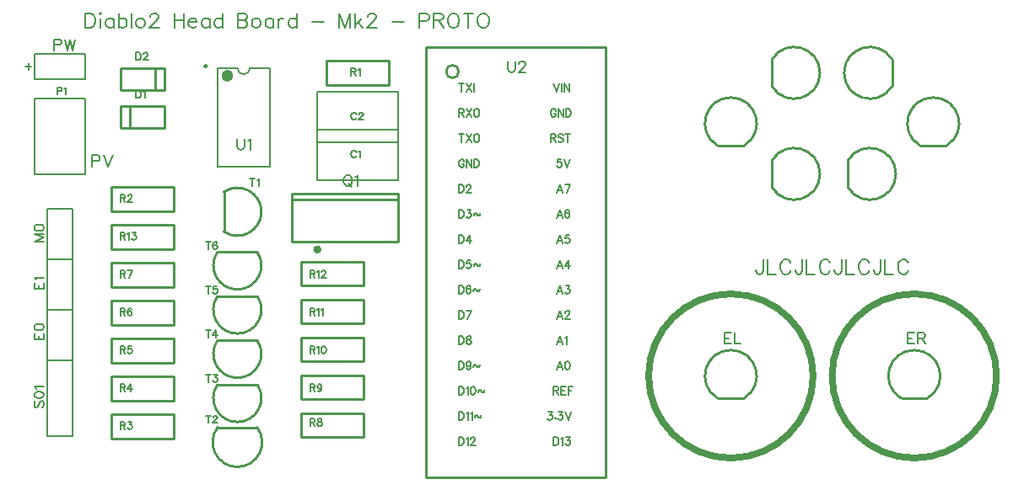
<source format=gto>
G04 Layer: TopSilkLayer*
G04 EasyEDA v6.4.25, 2021-12-06T09:29:09+01:00*
G04 709bd2a449c44a659231e49a93e94fa4,7d3f4a13764643a7838717c5c1d40531,10*
G04 Gerber Generator version 0.2*
G04 Scale: 100 percent, Rotated: No, Reflected: No *
G04 Dimensions in inches *
G04 leading zeros omitted , absolute positions ,3 integer and 6 decimal *
%FSLAX36Y36*%
%MOIN*%

%ADD10C,0.0100*%
%ADD13C,0.0250*%
%ADD31C,0.0080*%
%ADD32C,0.0080*%
%ADD33C,0.0070*%
%ADD34C,0.0079*%
%ADD35C,0.0079*%
%ADD36C,0.0157*%
%ADD37C,0.0098*%
%ADD38C,0.0236*%
%ADD39C,0.0060*%

%LPD*%
D31*
X250000Y1885500D02*
G01*
X250000Y1828299D01*
X250000Y1885500D02*
G01*
X269099Y1885500D01*
X277300Y1882800D01*
X282699Y1877399D01*
X285500Y1871900D01*
X288200Y1863699D01*
X288200Y1850100D01*
X285500Y1841900D01*
X282699Y1836500D01*
X277300Y1830999D01*
X269099Y1828299D01*
X250000Y1828299D01*
X306199Y1885500D02*
G01*
X308899Y1882800D01*
X311599Y1885500D01*
X308899Y1888299D01*
X306199Y1885500D01*
X308899Y1866500D02*
G01*
X308899Y1828299D01*
X362399Y1866500D02*
G01*
X362399Y1828299D01*
X362399Y1858299D02*
G01*
X356900Y1863699D01*
X351500Y1866500D01*
X343299Y1866500D01*
X337800Y1863699D01*
X332399Y1858299D01*
X329600Y1850100D01*
X329600Y1844600D01*
X332399Y1836500D01*
X337800Y1830999D01*
X343299Y1828299D01*
X351500Y1828299D01*
X356900Y1830999D01*
X362399Y1836500D01*
X380399Y1885500D02*
G01*
X380399Y1828299D01*
X380399Y1858299D02*
G01*
X385799Y1863699D01*
X391300Y1866500D01*
X399499Y1866500D01*
X404899Y1863699D01*
X410399Y1858299D01*
X413099Y1850100D01*
X413099Y1844600D01*
X410399Y1836500D01*
X404899Y1830999D01*
X399499Y1828299D01*
X391300Y1828299D01*
X385799Y1830999D01*
X380399Y1836500D01*
X431100Y1885500D02*
G01*
X431100Y1828299D01*
X462699Y1866500D02*
G01*
X457300Y1863699D01*
X451799Y1858299D01*
X449099Y1850100D01*
X449099Y1844600D01*
X451799Y1836500D01*
X457300Y1830999D01*
X462699Y1828299D01*
X470900Y1828299D01*
X476399Y1830999D01*
X481799Y1836500D01*
X484499Y1844600D01*
X484499Y1850100D01*
X481799Y1858299D01*
X476399Y1863699D01*
X470900Y1866500D01*
X462699Y1866500D01*
X505300Y1871900D02*
G01*
X505300Y1874600D01*
X508000Y1880100D01*
X510700Y1882800D01*
X516199Y1885500D01*
X527100Y1885500D01*
X532500Y1882800D01*
X535300Y1880100D01*
X538000Y1874600D01*
X538000Y1869200D01*
X535300Y1863699D01*
X529800Y1855500D01*
X502500Y1828299D01*
X540700Y1828299D01*
X600700Y1885500D02*
G01*
X600700Y1828299D01*
X638899Y1885500D02*
G01*
X638899Y1828299D01*
X600700Y1858299D02*
G01*
X638899Y1858299D01*
X656900Y1850100D02*
G01*
X689600Y1850100D01*
X689600Y1855500D01*
X686900Y1860999D01*
X684200Y1863699D01*
X678699Y1866500D01*
X670500Y1866500D01*
X665100Y1863699D01*
X659600Y1858299D01*
X656900Y1850100D01*
X656900Y1844600D01*
X659600Y1836500D01*
X665100Y1830999D01*
X670500Y1828299D01*
X678699Y1828299D01*
X684200Y1830999D01*
X689600Y1836500D01*
X740399Y1866500D02*
G01*
X740399Y1828299D01*
X740399Y1858299D02*
G01*
X734899Y1863699D01*
X729499Y1866500D01*
X721300Y1866500D01*
X715799Y1863699D01*
X710399Y1858299D01*
X707600Y1850100D01*
X707600Y1844600D01*
X710399Y1836500D01*
X715799Y1830999D01*
X721300Y1828299D01*
X729499Y1828299D01*
X734899Y1830999D01*
X740399Y1836500D01*
X791099Y1885500D02*
G01*
X791099Y1828299D01*
X791099Y1858299D02*
G01*
X785600Y1863699D01*
X780200Y1866500D01*
X771999Y1866500D01*
X766499Y1863699D01*
X761099Y1858299D01*
X758400Y1850100D01*
X758400Y1844600D01*
X761099Y1836500D01*
X766499Y1830999D01*
X771999Y1828299D01*
X780200Y1828299D01*
X785600Y1830999D01*
X791099Y1836500D01*
X851099Y1885500D02*
G01*
X851099Y1828299D01*
X851099Y1885500D02*
G01*
X875600Y1885500D01*
X883800Y1882800D01*
X886499Y1880100D01*
X889300Y1874600D01*
X889300Y1869200D01*
X886499Y1863699D01*
X883800Y1860999D01*
X875600Y1858299D01*
X851099Y1858299D02*
G01*
X875600Y1858299D01*
X883800Y1855500D01*
X886499Y1852800D01*
X889300Y1847399D01*
X889300Y1839200D01*
X886499Y1833699D01*
X883800Y1830999D01*
X875600Y1828299D01*
X851099Y1828299D01*
X920900Y1866500D02*
G01*
X915500Y1863699D01*
X910000Y1858299D01*
X907299Y1850100D01*
X907299Y1844600D01*
X910000Y1836500D01*
X915500Y1830999D01*
X920900Y1828299D01*
X929099Y1828299D01*
X934499Y1830999D01*
X940000Y1836500D01*
X942700Y1844600D01*
X942700Y1850100D01*
X940000Y1858299D01*
X934499Y1863699D01*
X929099Y1866500D01*
X920900Y1866500D01*
X993500Y1866500D02*
G01*
X993500Y1828299D01*
X993500Y1858299D02*
G01*
X988000Y1863699D01*
X982500Y1866500D01*
X974399Y1866500D01*
X968900Y1863699D01*
X963500Y1858299D01*
X960699Y1850100D01*
X960699Y1844600D01*
X963500Y1836500D01*
X968900Y1830999D01*
X974399Y1828299D01*
X982500Y1828299D01*
X988000Y1830999D01*
X993500Y1836500D01*
X1011499Y1866500D02*
G01*
X1011499Y1828299D01*
X1011499Y1850100D02*
G01*
X1014200Y1858299D01*
X1019600Y1863699D01*
X1025100Y1866500D01*
X1033299Y1866500D01*
X1083999Y1885500D02*
G01*
X1083999Y1828299D01*
X1083999Y1858299D02*
G01*
X1078500Y1863699D01*
X1073100Y1866500D01*
X1064899Y1866500D01*
X1059499Y1863699D01*
X1053999Y1858299D01*
X1051300Y1850100D01*
X1051300Y1844600D01*
X1053999Y1836500D01*
X1059499Y1830999D01*
X1064899Y1828299D01*
X1073100Y1828299D01*
X1078500Y1830999D01*
X1083999Y1836500D01*
X1143999Y1852800D02*
G01*
X1193100Y1852800D01*
X1253100Y1885500D02*
G01*
X1253100Y1828299D01*
X1253100Y1885500D02*
G01*
X1274899Y1828299D01*
X1296700Y1885500D02*
G01*
X1274899Y1828299D01*
X1296700Y1885500D02*
G01*
X1296700Y1828299D01*
X1314700Y1885500D02*
G01*
X1314700Y1828299D01*
X1341999Y1866500D02*
G01*
X1314700Y1839200D01*
X1325600Y1850100D02*
G01*
X1344700Y1828299D01*
X1365500Y1871900D02*
G01*
X1365500Y1874600D01*
X1368199Y1880100D01*
X1370900Y1882800D01*
X1376400Y1885500D01*
X1387299Y1885500D01*
X1392700Y1882800D01*
X1395500Y1880100D01*
X1398199Y1874600D01*
X1398199Y1869200D01*
X1395500Y1863699D01*
X1390000Y1855500D01*
X1362700Y1828299D01*
X1400900Y1828299D01*
X1460900Y1852800D02*
G01*
X1510000Y1852800D01*
X1570000Y1885500D02*
G01*
X1570000Y1828299D01*
X1570000Y1885500D02*
G01*
X1594499Y1885500D01*
X1602700Y1882800D01*
X1605500Y1880100D01*
X1608199Y1874600D01*
X1608199Y1866500D01*
X1605500Y1860999D01*
X1602700Y1858299D01*
X1594499Y1855500D01*
X1570000Y1855500D01*
X1626199Y1885500D02*
G01*
X1626199Y1828299D01*
X1626199Y1885500D02*
G01*
X1650699Y1885500D01*
X1658900Y1882800D01*
X1661599Y1880100D01*
X1664399Y1874600D01*
X1664399Y1869200D01*
X1661599Y1863699D01*
X1658900Y1860999D01*
X1650699Y1858299D01*
X1626199Y1858299D01*
X1645299Y1858299D02*
G01*
X1664399Y1828299D01*
X1698699Y1885500D02*
G01*
X1693299Y1882800D01*
X1687799Y1877399D01*
X1685100Y1871900D01*
X1682399Y1863699D01*
X1682399Y1850100D01*
X1685100Y1841900D01*
X1687799Y1836500D01*
X1693299Y1830999D01*
X1698699Y1828299D01*
X1709600Y1828299D01*
X1715100Y1830999D01*
X1720500Y1836500D01*
X1723299Y1841900D01*
X1726000Y1850100D01*
X1726000Y1863699D01*
X1723299Y1871900D01*
X1720500Y1877399D01*
X1715100Y1882800D01*
X1709600Y1885500D01*
X1698699Y1885500D01*
X1763100Y1885500D02*
G01*
X1763100Y1828299D01*
X1743999Y1885500D02*
G01*
X1782200Y1885500D01*
X1816499Y1885500D02*
G01*
X1811099Y1882800D01*
X1805600Y1877399D01*
X1802899Y1871900D01*
X1800200Y1863699D01*
X1800200Y1850100D01*
X1802899Y1841900D01*
X1805600Y1836500D01*
X1811099Y1830999D01*
X1816499Y1828299D01*
X1827500Y1828299D01*
X1832899Y1830999D01*
X1838400Y1836500D01*
X1841099Y1841900D01*
X1843800Y1850100D01*
X1843800Y1863699D01*
X1841099Y1871900D01*
X1838400Y1877399D01*
X1832899Y1882800D01*
X1827500Y1885500D01*
X1816499Y1885500D01*
D39*
X1735000Y1606799D02*
G01*
X1735000Y1576700D01*
X1725000Y1606799D02*
G01*
X1745000Y1606799D01*
X1754499Y1606799D02*
G01*
X1774499Y1576700D01*
X1774499Y1606799D02*
G01*
X1754499Y1576700D01*
X1783999Y1606799D02*
G01*
X1783999Y1576700D01*
X1725000Y1506799D02*
G01*
X1725000Y1476700D01*
X1725000Y1506799D02*
G01*
X1737899Y1506799D01*
X1742200Y1505399D01*
X1743599Y1503899D01*
X1745000Y1501100D01*
X1745000Y1498200D01*
X1743599Y1495300D01*
X1742200Y1493899D01*
X1737899Y1492500D01*
X1725000Y1492500D01*
X1735000Y1492500D02*
G01*
X1745000Y1476700D01*
X1754499Y1506799D02*
G01*
X1774499Y1476700D01*
X1774499Y1506799D02*
G01*
X1754499Y1476700D01*
X1792600Y1506799D02*
G01*
X1789700Y1505399D01*
X1786800Y1502500D01*
X1785399Y1499600D01*
X1783999Y1495300D01*
X1783999Y1488200D01*
X1785399Y1483899D01*
X1786800Y1480999D01*
X1789700Y1478099D01*
X1792600Y1476700D01*
X1798299Y1476700D01*
X1801199Y1478099D01*
X1803999Y1480999D01*
X1805500Y1483899D01*
X1806899Y1488200D01*
X1806899Y1495300D01*
X1805500Y1499600D01*
X1803999Y1502500D01*
X1801199Y1505399D01*
X1798299Y1506799D01*
X1792600Y1506799D01*
X1735000Y1406799D02*
G01*
X1735000Y1376700D01*
X1725000Y1406799D02*
G01*
X1745000Y1406799D01*
X1754499Y1406799D02*
G01*
X1774499Y1376700D01*
X1774499Y1406799D02*
G01*
X1754499Y1376700D01*
X1792600Y1406799D02*
G01*
X1789700Y1405399D01*
X1786800Y1402500D01*
X1785399Y1399600D01*
X1783999Y1395300D01*
X1783999Y1388200D01*
X1785399Y1383899D01*
X1786800Y1380999D01*
X1789700Y1378099D01*
X1792600Y1376700D01*
X1798299Y1376700D01*
X1801199Y1378099D01*
X1803999Y1380999D01*
X1805500Y1383899D01*
X1806899Y1388200D01*
X1806899Y1395300D01*
X1805500Y1399600D01*
X1803999Y1402500D01*
X1801199Y1405399D01*
X1798299Y1406799D01*
X1792600Y1406799D01*
X1746499Y1299600D02*
G01*
X1745000Y1302500D01*
X1742200Y1305399D01*
X1739300Y1306799D01*
X1733599Y1306799D01*
X1730699Y1305399D01*
X1727899Y1302500D01*
X1726400Y1299600D01*
X1725000Y1295300D01*
X1725000Y1288200D01*
X1726400Y1283899D01*
X1727899Y1280999D01*
X1730699Y1278099D01*
X1733599Y1276700D01*
X1739300Y1276700D01*
X1742200Y1278099D01*
X1745000Y1280999D01*
X1746499Y1283899D01*
X1746499Y1288200D01*
X1739300Y1288200D02*
G01*
X1746499Y1288200D01*
X1755900Y1306799D02*
G01*
X1755900Y1276700D01*
X1755900Y1306799D02*
G01*
X1776000Y1276700D01*
X1776000Y1306799D02*
G01*
X1776000Y1276700D01*
X1785399Y1306799D02*
G01*
X1785399Y1276700D01*
X1785399Y1306799D02*
G01*
X1795399Y1306799D01*
X1799700Y1305399D01*
X1802600Y1302500D01*
X1803999Y1299600D01*
X1805500Y1295300D01*
X1805500Y1288200D01*
X1803999Y1283899D01*
X1802600Y1280999D01*
X1799700Y1278099D01*
X1795399Y1276700D01*
X1785399Y1276700D01*
X2108999Y1499600D02*
G01*
X2107500Y1502500D01*
X2104700Y1505399D01*
X2101800Y1506799D01*
X2096099Y1506799D01*
X2093199Y1505399D01*
X2090399Y1502500D01*
X2088900Y1499600D01*
X2087500Y1495300D01*
X2087500Y1488200D01*
X2088900Y1483899D01*
X2090399Y1480999D01*
X2093199Y1478099D01*
X2096099Y1476700D01*
X2101800Y1476700D01*
X2104700Y1478099D01*
X2107500Y1480999D01*
X2108999Y1483899D01*
X2108999Y1488200D01*
X2101800Y1488200D02*
G01*
X2108999Y1488200D01*
X2118400Y1506799D02*
G01*
X2118400Y1476700D01*
X2118400Y1506799D02*
G01*
X2138500Y1476700D01*
X2138500Y1506799D02*
G01*
X2138500Y1476700D01*
X2147899Y1506799D02*
G01*
X2147899Y1476700D01*
X2147899Y1506799D02*
G01*
X2157899Y1506799D01*
X2162200Y1505399D01*
X2165100Y1502500D01*
X2166499Y1499600D01*
X2168000Y1495300D01*
X2168000Y1488200D01*
X2166499Y1483899D01*
X2165100Y1480999D01*
X2162200Y1478099D01*
X2157899Y1476700D01*
X2147899Y1476700D01*
X2100000Y1606799D02*
G01*
X2111499Y1576700D01*
X2122899Y1606799D02*
G01*
X2111499Y1576700D01*
X2132399Y1606799D02*
G01*
X2132399Y1576700D01*
X2141800Y1606799D02*
G01*
X2141800Y1576700D01*
X2141800Y1606799D02*
G01*
X2161800Y1576700D01*
X2161800Y1606799D02*
G01*
X2161800Y1576700D01*
X2087500Y1406799D02*
G01*
X2087500Y1376700D01*
X2087500Y1406799D02*
G01*
X2100399Y1406799D01*
X2104700Y1405399D01*
X2106099Y1403899D01*
X2107500Y1401100D01*
X2107500Y1398200D01*
X2106099Y1395300D01*
X2104700Y1393899D01*
X2100399Y1392500D01*
X2087500Y1392500D01*
X2097500Y1392500D02*
G01*
X2107500Y1376700D01*
X2136999Y1402500D02*
G01*
X2134200Y1405399D01*
X2129899Y1406799D01*
X2124099Y1406799D01*
X2119899Y1405399D01*
X2116999Y1402500D01*
X2116999Y1399600D01*
X2118400Y1396799D01*
X2119899Y1395300D01*
X2122700Y1393899D01*
X2131300Y1390999D01*
X2134200Y1389600D01*
X2135600Y1388200D01*
X2136999Y1385300D01*
X2136999Y1380999D01*
X2134200Y1378099D01*
X2129899Y1376700D01*
X2124099Y1376700D01*
X2119899Y1378099D01*
X2116999Y1380999D01*
X2156499Y1406799D02*
G01*
X2156499Y1376700D01*
X2146499Y1406799D02*
G01*
X2166499Y1406799D01*
X2129700Y1306799D02*
G01*
X2115399Y1306799D01*
X2113900Y1293899D01*
X2115399Y1295300D01*
X2119700Y1296799D01*
X2123999Y1296799D01*
X2128199Y1295300D01*
X2131099Y1292500D01*
X2132500Y1288200D01*
X2132500Y1285300D01*
X2131099Y1280999D01*
X2128199Y1278099D01*
X2123999Y1276700D01*
X2119700Y1276700D01*
X2115399Y1278099D01*
X2113900Y1279600D01*
X2112500Y1282399D01*
X2141999Y1306799D02*
G01*
X2153400Y1276700D01*
X2164899Y1306799D02*
G01*
X2153400Y1276700D01*
X2077899Y306799D02*
G01*
X2093599Y306799D01*
X2085000Y295300D01*
X2089300Y295300D01*
X2092200Y293899D01*
X2093599Y292500D01*
X2095000Y288200D01*
X2095000Y285300D01*
X2093599Y280999D01*
X2090699Y278099D01*
X2086499Y276700D01*
X2082200Y276700D01*
X2077899Y278099D01*
X2076400Y279600D01*
X2075000Y282399D01*
X2105900Y283899D02*
G01*
X2104499Y282399D01*
X2105900Y280999D01*
X2107399Y282399D01*
X2105900Y283899D01*
X2119700Y306799D02*
G01*
X2135399Y306799D01*
X2126800Y295300D01*
X2131099Y295300D01*
X2133999Y293899D01*
X2135399Y292500D01*
X2136800Y288200D01*
X2136800Y285300D01*
X2135399Y280999D01*
X2132600Y278099D01*
X2128299Y276700D01*
X2123999Y276700D01*
X2119700Y278099D01*
X2118199Y279600D01*
X2116800Y282399D01*
X2146300Y306799D02*
G01*
X2157700Y276700D01*
X2169200Y306799D02*
G01*
X2157700Y276700D01*
X2100000Y406799D02*
G01*
X2100000Y376700D01*
X2100000Y406799D02*
G01*
X2112899Y406799D01*
X2117200Y405399D01*
X2118599Y403899D01*
X2120000Y401100D01*
X2120000Y398200D01*
X2118599Y395300D01*
X2117200Y393899D01*
X2112899Y392500D01*
X2100000Y392500D01*
X2110000Y392500D02*
G01*
X2120000Y376700D01*
X2129499Y406799D02*
G01*
X2129499Y376700D01*
X2129499Y406799D02*
G01*
X2148100Y406799D01*
X2129499Y392500D02*
G01*
X2140900Y392500D01*
X2129499Y376700D02*
G01*
X2148100Y376700D01*
X2157600Y406799D02*
G01*
X2157600Y376700D01*
X2157600Y406799D02*
G01*
X2176199Y406799D01*
X2157600Y392500D02*
G01*
X2168999Y392500D01*
X1725000Y1206799D02*
G01*
X1725000Y1176700D01*
X1725000Y1206799D02*
G01*
X1735000Y1206799D01*
X1739300Y1205399D01*
X1742200Y1202500D01*
X1743599Y1199600D01*
X1745000Y1195300D01*
X1745000Y1188200D01*
X1743599Y1183899D01*
X1742200Y1180999D01*
X1739300Y1178099D01*
X1735000Y1176700D01*
X1725000Y1176700D01*
X1755900Y1199600D02*
G01*
X1755900Y1201100D01*
X1757399Y1203899D01*
X1758800Y1205399D01*
X1761599Y1206799D01*
X1767399Y1206799D01*
X1770200Y1205399D01*
X1771700Y1203899D01*
X1773100Y1201100D01*
X1773100Y1198200D01*
X1771700Y1195300D01*
X1768800Y1190999D01*
X1754499Y1176700D01*
X1774499Y1176700D01*
X1725000Y1106799D02*
G01*
X1725000Y1076700D01*
X1725000Y1106799D02*
G01*
X1735000Y1106799D01*
X1739300Y1105399D01*
X1742200Y1102500D01*
X1743599Y1099600D01*
X1745000Y1095300D01*
X1745000Y1088200D01*
X1743599Y1083899D01*
X1742200Y1080999D01*
X1739300Y1078099D01*
X1735000Y1076700D01*
X1725000Y1076700D01*
X1757399Y1106799D02*
G01*
X1773100Y1106799D01*
X1764499Y1095300D01*
X1768800Y1095300D01*
X1771700Y1093899D01*
X1773100Y1092500D01*
X1774499Y1088200D01*
X1774499Y1085300D01*
X1773100Y1080999D01*
X1770200Y1078099D01*
X1765900Y1076700D01*
X1761599Y1076700D01*
X1757399Y1078099D01*
X1755900Y1079600D01*
X1754499Y1082399D01*
X1783999Y1085300D02*
G01*
X1783999Y1088200D01*
X1785399Y1092500D01*
X1788299Y1093899D01*
X1791099Y1093899D01*
X1793999Y1092500D01*
X1799700Y1088200D01*
X1802600Y1086700D01*
X1805500Y1086700D01*
X1808299Y1088200D01*
X1809799Y1090999D01*
X1783999Y1088200D02*
G01*
X1785399Y1090999D01*
X1788299Y1092500D01*
X1791099Y1092500D01*
X1793999Y1090999D01*
X1799700Y1086700D01*
X1802600Y1085300D01*
X1805500Y1085300D01*
X1808299Y1086700D01*
X1809799Y1090999D01*
X1809799Y1093899D01*
X1725000Y1006799D02*
G01*
X1725000Y976700D01*
X1725000Y1006799D02*
G01*
X1735000Y1006799D01*
X1739300Y1005399D01*
X1742200Y1002500D01*
X1743599Y999600D01*
X1745000Y995300D01*
X1745000Y988200D01*
X1743599Y983899D01*
X1742200Y980999D01*
X1739300Y978099D01*
X1735000Y976700D01*
X1725000Y976700D01*
X1768800Y1006799D02*
G01*
X1754499Y986700D01*
X1776000Y986700D01*
X1768800Y1006799D02*
G01*
X1768800Y976700D01*
X1725000Y906799D02*
G01*
X1725000Y876700D01*
X1725000Y906799D02*
G01*
X1735000Y906799D01*
X1739300Y905399D01*
X1742200Y902500D01*
X1743599Y899600D01*
X1745000Y895300D01*
X1745000Y888200D01*
X1743599Y883899D01*
X1742200Y880999D01*
X1739300Y878099D01*
X1735000Y876700D01*
X1725000Y876700D01*
X1771700Y906799D02*
G01*
X1757399Y906799D01*
X1755900Y893899D01*
X1757399Y895300D01*
X1761599Y896799D01*
X1765900Y896799D01*
X1770200Y895300D01*
X1773100Y892500D01*
X1774499Y888200D01*
X1774499Y885300D01*
X1773100Y880999D01*
X1770200Y878099D01*
X1765900Y876700D01*
X1761599Y876700D01*
X1757399Y878099D01*
X1755900Y879600D01*
X1754499Y882399D01*
X1783999Y885300D02*
G01*
X1783999Y888200D01*
X1785399Y892500D01*
X1788299Y893899D01*
X1791099Y893899D01*
X1793999Y892500D01*
X1799700Y888200D01*
X1802600Y886700D01*
X1805500Y886700D01*
X1808299Y888200D01*
X1809799Y890999D01*
X1783999Y888200D02*
G01*
X1785399Y890999D01*
X1788299Y892500D01*
X1791099Y892500D01*
X1793999Y890999D01*
X1799700Y886700D01*
X1802600Y885300D01*
X1805500Y885300D01*
X1808299Y886700D01*
X1809799Y890999D01*
X1809799Y893899D01*
X1725000Y806799D02*
G01*
X1725000Y776700D01*
X1725000Y806799D02*
G01*
X1735000Y806799D01*
X1739300Y805399D01*
X1742200Y802500D01*
X1743599Y799600D01*
X1745000Y795300D01*
X1745000Y788200D01*
X1743599Y783899D01*
X1742200Y780999D01*
X1739300Y778099D01*
X1735000Y776700D01*
X1725000Y776700D01*
X1771700Y802500D02*
G01*
X1770200Y805399D01*
X1765900Y806799D01*
X1763100Y806799D01*
X1758800Y805399D01*
X1755900Y801100D01*
X1754499Y793899D01*
X1754499Y786700D01*
X1755900Y780999D01*
X1758800Y778099D01*
X1763100Y776700D01*
X1764499Y776700D01*
X1768800Y778099D01*
X1771700Y780999D01*
X1773100Y785300D01*
X1773100Y786700D01*
X1771700Y790999D01*
X1768800Y793899D01*
X1764499Y795300D01*
X1763100Y795300D01*
X1758800Y793899D01*
X1755900Y790999D01*
X1754499Y786700D01*
X1782600Y785300D02*
G01*
X1782600Y788200D01*
X1783999Y792500D01*
X1786800Y793899D01*
X1789700Y793899D01*
X1792600Y792500D01*
X1798299Y788200D01*
X1801199Y786700D01*
X1803999Y786700D01*
X1806899Y788200D01*
X1808299Y790999D01*
X1782600Y788200D02*
G01*
X1783999Y790999D01*
X1786800Y792500D01*
X1789700Y792500D01*
X1792600Y790999D01*
X1798299Y786700D01*
X1801199Y785300D01*
X1803999Y785300D01*
X1806899Y786700D01*
X1808299Y790999D01*
X1808299Y793899D01*
X1725000Y706799D02*
G01*
X1725000Y676700D01*
X1725000Y706799D02*
G01*
X1735000Y706799D01*
X1739300Y705399D01*
X1742200Y702500D01*
X1743599Y699600D01*
X1745000Y695300D01*
X1745000Y688200D01*
X1743599Y683899D01*
X1742200Y680999D01*
X1739300Y678099D01*
X1735000Y676700D01*
X1725000Y676700D01*
X1774499Y706799D02*
G01*
X1760200Y676700D01*
X1754499Y706799D02*
G01*
X1774499Y706799D01*
X1725000Y606799D02*
G01*
X1725000Y576700D01*
X1725000Y606799D02*
G01*
X1735000Y606799D01*
X1739300Y605399D01*
X1742200Y602500D01*
X1743599Y599600D01*
X1745000Y595300D01*
X1745000Y588200D01*
X1743599Y583899D01*
X1742200Y580999D01*
X1739300Y578099D01*
X1735000Y576700D01*
X1725000Y576700D01*
X1761599Y606799D02*
G01*
X1757399Y605399D01*
X1755900Y602500D01*
X1755900Y599600D01*
X1757399Y596799D01*
X1760200Y595300D01*
X1765900Y593899D01*
X1770200Y592500D01*
X1773100Y589600D01*
X1774499Y586700D01*
X1774499Y582399D01*
X1773100Y579600D01*
X1771700Y578099D01*
X1767399Y576700D01*
X1761599Y576700D01*
X1757399Y578099D01*
X1755900Y579600D01*
X1754499Y582399D01*
X1754499Y586700D01*
X1755900Y589600D01*
X1758800Y592500D01*
X1763100Y593899D01*
X1768800Y595300D01*
X1771700Y596799D01*
X1773100Y599600D01*
X1773100Y602500D01*
X1771700Y605399D01*
X1767399Y606799D01*
X1761599Y606799D01*
X1725000Y506799D02*
G01*
X1725000Y476700D01*
X1725000Y506799D02*
G01*
X1735000Y506799D01*
X1739300Y505399D01*
X1742200Y502500D01*
X1743599Y499600D01*
X1745000Y495300D01*
X1745000Y488200D01*
X1743599Y483899D01*
X1742200Y480999D01*
X1739300Y478099D01*
X1735000Y476700D01*
X1725000Y476700D01*
X1773100Y496799D02*
G01*
X1771700Y492500D01*
X1768800Y489600D01*
X1764499Y488200D01*
X1763100Y488200D01*
X1758800Y489600D01*
X1755900Y492500D01*
X1754499Y496799D01*
X1754499Y498200D01*
X1755900Y502500D01*
X1758800Y505399D01*
X1763100Y506799D01*
X1764499Y506799D01*
X1768800Y505399D01*
X1771700Y502500D01*
X1773100Y496799D01*
X1773100Y489600D01*
X1771700Y482399D01*
X1768800Y478099D01*
X1764499Y476700D01*
X1761599Y476700D01*
X1757399Y478099D01*
X1755900Y480999D01*
X1782600Y485300D02*
G01*
X1782600Y488200D01*
X1783999Y492500D01*
X1786800Y493899D01*
X1789700Y493899D01*
X1792600Y492500D01*
X1798299Y488200D01*
X1801199Y486700D01*
X1803999Y486700D01*
X1806899Y488200D01*
X1808299Y490999D01*
X1782600Y488200D02*
G01*
X1783999Y490999D01*
X1786800Y492500D01*
X1789700Y492500D01*
X1792600Y490999D01*
X1798299Y486700D01*
X1801199Y485300D01*
X1803999Y485300D01*
X1806899Y486700D01*
X1808299Y490999D01*
X1808299Y493899D01*
X1725000Y406799D02*
G01*
X1725000Y376700D01*
X1725000Y406799D02*
G01*
X1735000Y406799D01*
X1739300Y405399D01*
X1742200Y402500D01*
X1743599Y399600D01*
X1745000Y395300D01*
X1745000Y388200D01*
X1743599Y383899D01*
X1742200Y380999D01*
X1739300Y378099D01*
X1735000Y376700D01*
X1725000Y376700D01*
X1754499Y401100D02*
G01*
X1757399Y402500D01*
X1761599Y406799D01*
X1761599Y376700D01*
X1779700Y406799D02*
G01*
X1775399Y405399D01*
X1772500Y401100D01*
X1771099Y393899D01*
X1771099Y389600D01*
X1772500Y382399D01*
X1775399Y378099D01*
X1779700Y376700D01*
X1782600Y376700D01*
X1786800Y378099D01*
X1789700Y382399D01*
X1791099Y389600D01*
X1791099Y393899D01*
X1789700Y401100D01*
X1786800Y405399D01*
X1782600Y406799D01*
X1779700Y406799D01*
X1800600Y385300D02*
G01*
X1800600Y388200D01*
X1801999Y392500D01*
X1804899Y393899D01*
X1807700Y393899D01*
X1810600Y392500D01*
X1816300Y388200D01*
X1819200Y386700D01*
X1822100Y386700D01*
X1824899Y388200D01*
X1826400Y390999D01*
X1800600Y388200D02*
G01*
X1801999Y390999D01*
X1804899Y392500D01*
X1807700Y392500D01*
X1810600Y390999D01*
X1816300Y386700D01*
X1819200Y385300D01*
X1822100Y385300D01*
X1824899Y386700D01*
X1826400Y390999D01*
X1826400Y393899D01*
X1725000Y306799D02*
G01*
X1725000Y276700D01*
X1725000Y306799D02*
G01*
X1735000Y306799D01*
X1739300Y305399D01*
X1742200Y302500D01*
X1743599Y299600D01*
X1745000Y295300D01*
X1745000Y288200D01*
X1743599Y283899D01*
X1742200Y280999D01*
X1739300Y278099D01*
X1735000Y276700D01*
X1725000Y276700D01*
X1754499Y301100D02*
G01*
X1757399Y302500D01*
X1761599Y306799D01*
X1761599Y276700D01*
X1771099Y301100D02*
G01*
X1773999Y302500D01*
X1778299Y306799D01*
X1778299Y276700D01*
X1787700Y285300D02*
G01*
X1787700Y288200D01*
X1789099Y292500D01*
X1791999Y293899D01*
X1794899Y293899D01*
X1797700Y292500D01*
X1803500Y288200D01*
X1806300Y286700D01*
X1809200Y286700D01*
X1811999Y288200D01*
X1813500Y290999D01*
X1787700Y288200D02*
G01*
X1789099Y290999D01*
X1791999Y292500D01*
X1794899Y292500D01*
X1797700Y290999D01*
X1803500Y286700D01*
X1806300Y285300D01*
X1809200Y285300D01*
X1811999Y286700D01*
X1813500Y290999D01*
X1813500Y293899D01*
X1725000Y206799D02*
G01*
X1725000Y176700D01*
X1725000Y206799D02*
G01*
X1735000Y206799D01*
X1739300Y205399D01*
X1742200Y202500D01*
X1743599Y199600D01*
X1745000Y195300D01*
X1745000Y188200D01*
X1743599Y183899D01*
X1742200Y180999D01*
X1739300Y178099D01*
X1735000Y176700D01*
X1725000Y176700D01*
X1754499Y201100D02*
G01*
X1757399Y202500D01*
X1761599Y206799D01*
X1761599Y176700D01*
X1772500Y199600D02*
G01*
X1772500Y201100D01*
X1773999Y203899D01*
X1775399Y205399D01*
X1778299Y206799D01*
X1783999Y206799D01*
X1786800Y205399D01*
X1788299Y203899D01*
X1789700Y201100D01*
X1789700Y198200D01*
X1788299Y195300D01*
X1785399Y190999D01*
X1771099Y176700D01*
X1791099Y176700D01*
X2100000Y206799D02*
G01*
X2100000Y176700D01*
X2100000Y206799D02*
G01*
X2110000Y206799D01*
X2114300Y205399D01*
X2117200Y202500D01*
X2118599Y199600D01*
X2120000Y195300D01*
X2120000Y188200D01*
X2118599Y183899D01*
X2117200Y180999D01*
X2114300Y178099D01*
X2110000Y176700D01*
X2100000Y176700D01*
X2129499Y201100D02*
G01*
X2132399Y202500D01*
X2136599Y206799D01*
X2136599Y176700D01*
X2148999Y206799D02*
G01*
X2164700Y206799D01*
X2156099Y195300D01*
X2160399Y195300D01*
X2163299Y193899D01*
X2164700Y192500D01*
X2166099Y188200D01*
X2166099Y185300D01*
X2164700Y180999D01*
X2161800Y178099D01*
X2157600Y176700D01*
X2153299Y176700D01*
X2148999Y178099D01*
X2147500Y179600D01*
X2146099Y182399D01*
X2123999Y1206799D02*
G01*
X2112500Y1176700D01*
X2123999Y1206799D02*
G01*
X2135399Y1176700D01*
X2116800Y1186700D02*
G01*
X2131099Y1186700D01*
X2164899Y1206799D02*
G01*
X2150600Y1176700D01*
X2144899Y1206799D02*
G01*
X2164899Y1206799D01*
X2123999Y1106799D02*
G01*
X2112500Y1076700D01*
X2123999Y1106799D02*
G01*
X2135399Y1076700D01*
X2116800Y1086700D02*
G01*
X2131099Y1086700D01*
X2161999Y1102500D02*
G01*
X2160600Y1105399D01*
X2156300Y1106799D01*
X2153400Y1106799D01*
X2149099Y1105399D01*
X2146300Y1101100D01*
X2144899Y1093899D01*
X2144899Y1086700D01*
X2146300Y1080999D01*
X2149099Y1078099D01*
X2153400Y1076700D01*
X2154899Y1076700D01*
X2159200Y1078099D01*
X2161999Y1080999D01*
X2163500Y1085300D01*
X2163500Y1086700D01*
X2161999Y1090999D01*
X2159200Y1093899D01*
X2154899Y1095300D01*
X2153400Y1095300D01*
X2149099Y1093899D01*
X2146300Y1090999D01*
X2144899Y1086700D01*
X2123999Y1006799D02*
G01*
X2112500Y976700D01*
X2123999Y1006799D02*
G01*
X2135399Y976700D01*
X2116800Y986700D02*
G01*
X2131099Y986700D01*
X2161999Y1006799D02*
G01*
X2147700Y1006799D01*
X2146300Y993899D01*
X2147700Y995300D01*
X2151999Y996799D01*
X2156300Y996799D01*
X2160600Y995300D01*
X2163500Y992500D01*
X2164899Y988200D01*
X2164899Y985300D01*
X2163500Y980999D01*
X2160600Y978099D01*
X2156300Y976700D01*
X2151999Y976700D01*
X2147700Y978099D01*
X2146300Y979600D01*
X2144899Y982399D01*
X2123999Y906799D02*
G01*
X2112500Y876700D01*
X2123999Y906799D02*
G01*
X2135399Y876700D01*
X2116800Y886700D02*
G01*
X2131099Y886700D01*
X2159200Y906799D02*
G01*
X2144899Y886700D01*
X2166300Y886700D01*
X2159200Y906799D02*
G01*
X2159200Y876700D01*
X2123999Y806799D02*
G01*
X2112500Y776700D01*
X2123999Y806799D02*
G01*
X2135399Y776700D01*
X2116800Y786700D02*
G01*
X2131099Y786700D01*
X2147700Y806799D02*
G01*
X2163500Y806799D01*
X2154899Y795300D01*
X2159200Y795300D01*
X2161999Y793899D01*
X2163500Y792500D01*
X2164899Y788200D01*
X2164899Y785300D01*
X2163500Y780999D01*
X2160600Y778099D01*
X2156300Y776700D01*
X2151999Y776700D01*
X2147700Y778099D01*
X2146300Y779600D01*
X2144899Y782399D01*
X2123999Y706799D02*
G01*
X2112500Y676700D01*
X2123999Y706799D02*
G01*
X2135399Y676700D01*
X2116800Y686700D02*
G01*
X2131099Y686700D01*
X2146300Y699600D02*
G01*
X2146300Y701100D01*
X2147700Y703899D01*
X2149099Y705399D01*
X2151999Y706799D01*
X2157700Y706799D01*
X2160600Y705399D01*
X2161999Y703899D01*
X2163500Y701100D01*
X2163500Y698200D01*
X2161999Y695300D01*
X2159200Y690999D01*
X2144899Y676700D01*
X2164899Y676700D01*
X2123999Y606799D02*
G01*
X2112500Y576700D01*
X2123999Y606799D02*
G01*
X2135399Y576700D01*
X2116800Y586700D02*
G01*
X2131099Y586700D01*
X2144899Y601100D02*
G01*
X2147700Y602500D01*
X2151999Y606799D01*
X2151999Y576700D01*
X2123999Y506799D02*
G01*
X2112500Y476700D01*
X2123999Y506799D02*
G01*
X2135399Y476700D01*
X2116800Y486700D02*
G01*
X2131099Y486700D01*
X2153400Y506799D02*
G01*
X2149099Y505399D01*
X2146300Y501100D01*
X2144899Y493899D01*
X2144899Y489600D01*
X2146300Y482399D01*
X2149099Y478099D01*
X2153400Y476700D01*
X2156300Y476700D01*
X2160600Y478099D01*
X2163500Y482399D01*
X2164899Y489600D01*
X2164899Y493899D01*
X2163500Y501100D01*
X2160600Y505399D01*
X2156300Y506799D01*
X2153400Y506799D01*
D31*
X275000Y1325500D02*
G01*
X275000Y1277699D01*
X275000Y1325500D02*
G01*
X295500Y1325500D01*
X302300Y1323200D01*
X304499Y1320900D01*
X306799Y1316399D01*
X306799Y1309499D01*
X304499Y1305000D01*
X302300Y1302699D01*
X295500Y1300500D01*
X275000Y1300500D01*
X321799Y1325500D02*
G01*
X340000Y1277699D01*
X358200Y1325500D02*
G01*
X340000Y1277699D01*
D39*
X11300Y1674749D02*
G01*
X35900Y1674749D01*
X23600Y1662550D02*
G01*
X23600Y1687049D01*
D31*
X2927272Y910545D02*
G01*
X2927272Y866909D01*
X2924544Y858726D01*
X2921818Y855999D01*
X2916364Y853272D01*
X2910909Y853272D01*
X2905455Y855999D01*
X2902727Y858726D01*
X2900000Y866909D01*
X2900000Y872363D01*
X2945272Y910545D02*
G01*
X2945272Y853272D01*
X2945272Y853272D02*
G01*
X2978000Y853272D01*
X3036908Y896909D02*
G01*
X3034182Y902363D01*
X3028726Y907818D01*
X3023272Y910545D01*
X3012363Y910545D01*
X3006908Y907818D01*
X3001454Y902363D01*
X2998726Y896909D01*
X2996000Y888726D01*
X2996000Y875091D01*
X2998726Y866909D01*
X3001454Y861455D01*
X3006908Y855999D01*
X3012363Y853272D01*
X3023272Y853272D01*
X3028726Y855999D01*
X3034182Y861455D01*
X3036908Y866909D01*
X3082182Y910545D02*
G01*
X3082182Y866909D01*
X3079454Y858726D01*
X3076727Y855999D01*
X3071273Y853272D01*
X3065817Y853272D01*
X3060363Y855999D01*
X3057636Y858726D01*
X3054908Y866909D01*
X3054908Y872363D01*
X3100182Y910545D02*
G01*
X3100182Y853272D01*
X3100182Y853272D02*
G01*
X3132908Y853272D01*
X3191818Y896909D02*
G01*
X3189090Y902363D01*
X3183635Y907818D01*
X3178181Y910545D01*
X3167272Y910545D01*
X3161818Y907818D01*
X3156364Y902363D01*
X3153635Y896909D01*
X3150909Y888726D01*
X3150909Y875091D01*
X3153635Y866909D01*
X3156364Y861455D01*
X3161818Y855999D01*
X3167272Y853272D01*
X3178181Y853272D01*
X3183635Y855999D01*
X3189090Y861455D01*
X3191818Y866909D01*
X3237091Y910545D02*
G01*
X3237091Y866909D01*
X3234363Y858726D01*
X3231635Y855999D01*
X3226181Y853272D01*
X3220726Y853272D01*
X3215272Y855999D01*
X3212545Y858726D01*
X3209817Y866909D01*
X3209817Y872363D01*
X3255091Y910545D02*
G01*
X3255091Y853272D01*
X3255091Y853272D02*
G01*
X3287817Y853272D01*
X3346727Y896909D02*
G01*
X3343999Y902363D01*
X3338545Y907818D01*
X3333091Y910545D01*
X3322182Y910545D01*
X3316727Y907818D01*
X3311273Y902363D01*
X3308545Y896909D01*
X3305817Y888726D01*
X3305817Y875091D01*
X3308545Y866909D01*
X3311273Y861455D01*
X3316727Y855999D01*
X3322182Y853272D01*
X3333091Y853272D01*
X3338545Y855999D01*
X3343999Y861455D01*
X3346727Y866909D01*
X3391999Y910545D02*
G01*
X3391999Y866909D01*
X3389273Y858726D01*
X3386544Y855999D01*
X3381090Y853272D01*
X3375636Y853272D01*
X3370182Y855999D01*
X3367455Y858726D01*
X3364727Y866909D01*
X3364727Y872363D01*
X3410000Y910545D02*
G01*
X3410000Y853272D01*
X3410000Y853272D02*
G01*
X3442727Y853272D01*
X3501635Y896909D02*
G01*
X3498909Y902363D01*
X3493455Y907818D01*
X3488000Y910545D01*
X3477091Y910545D01*
X3471635Y907818D01*
X3466181Y902363D01*
X3463455Y896909D01*
X3460726Y888726D01*
X3460726Y875091D01*
X3463455Y866909D01*
X3466181Y861455D01*
X3471635Y855999D01*
X3477091Y853272D01*
X3488000Y853272D01*
X3493455Y855999D01*
X3498909Y861455D01*
X3501635Y866909D01*
D39*
X1282296Y1245594D02*
G01*
X1278197Y1243595D01*
X1274097Y1239495D01*
X1271997Y1235394D01*
X1269997Y1229194D01*
X1269997Y1218995D01*
X1271997Y1212894D01*
X1274097Y1208795D01*
X1278197Y1204695D01*
X1282296Y1202694D01*
X1290496Y1202694D01*
X1294497Y1204695D01*
X1298596Y1208795D01*
X1300697Y1212894D01*
X1302696Y1218995D01*
X1302696Y1229194D01*
X1300697Y1235394D01*
X1298596Y1239495D01*
X1294497Y1243595D01*
X1290496Y1245594D01*
X1282296Y1245594D01*
X1288397Y1210794D02*
G01*
X1300697Y1198595D01*
X1316197Y1237395D02*
G01*
X1320297Y1239495D01*
X1326496Y1245594D01*
X1326496Y1202694D01*
X52600Y350500D02*
G01*
X49000Y346799D01*
X47100Y341399D01*
X47100Y334099D01*
X49000Y328600D01*
X52600Y325000D01*
X56199Y325000D01*
X59899Y326799D01*
X61700Y328600D01*
X63499Y332300D01*
X67100Y343200D01*
X69000Y346799D01*
X70799Y348600D01*
X74400Y350500D01*
X79899Y350500D01*
X83499Y346799D01*
X85300Y341399D01*
X85300Y334099D01*
X83499Y328600D01*
X79899Y325000D01*
X47100Y373400D02*
G01*
X49000Y367899D01*
X54400Y364299D01*
X63499Y362500D01*
X69000Y362500D01*
X78000Y364299D01*
X83499Y367899D01*
X85300Y373400D01*
X85300Y376999D01*
X83499Y382500D01*
X78000Y386100D01*
X69000Y387899D01*
X63499Y387899D01*
X54400Y386100D01*
X49000Y382500D01*
X47100Y376999D01*
X47100Y373400D01*
X54400Y399899D02*
G01*
X52600Y403499D01*
X47100Y409000D01*
X85300Y409000D01*
X1320500Y1335999D02*
G01*
X1319099Y1338699D01*
X1316400Y1341399D01*
X1313599Y1342800D01*
X1308199Y1342800D01*
X1305500Y1341399D01*
X1302700Y1338699D01*
X1301400Y1335999D01*
X1300000Y1331900D01*
X1300000Y1325000D01*
X1301400Y1320999D01*
X1302700Y1318200D01*
X1305500Y1315500D01*
X1308199Y1314099D01*
X1313599Y1314099D01*
X1316400Y1315500D01*
X1319099Y1318200D01*
X1320500Y1320999D01*
X1329499Y1337300D02*
G01*
X1332200Y1338699D01*
X1336300Y1342800D01*
X1336300Y1314099D01*
X1320500Y1485999D02*
G01*
X1319099Y1488699D01*
X1316400Y1491399D01*
X1313599Y1492800D01*
X1308199Y1492800D01*
X1305500Y1491399D01*
X1302700Y1488699D01*
X1301400Y1485999D01*
X1300000Y1481900D01*
X1300000Y1475000D01*
X1301400Y1470999D01*
X1302700Y1468200D01*
X1305500Y1465500D01*
X1308199Y1464099D01*
X1313599Y1464099D01*
X1316400Y1465500D01*
X1319099Y1468200D01*
X1320500Y1470999D01*
X1330799Y1485999D02*
G01*
X1330799Y1487300D01*
X1332200Y1490000D01*
X1333500Y1491399D01*
X1336300Y1492800D01*
X1341700Y1492800D01*
X1344499Y1491399D01*
X1345799Y1490000D01*
X1347200Y1487300D01*
X1347200Y1484600D01*
X1345799Y1481900D01*
X1343100Y1477800D01*
X1329499Y1464099D01*
X1348500Y1464099D01*
X387500Y1017800D02*
G01*
X387500Y989099D01*
X387500Y1017800D02*
G01*
X399800Y1017800D01*
X403899Y1016399D01*
X405199Y1015000D01*
X406599Y1012300D01*
X406599Y1009600D01*
X405199Y1006900D01*
X403899Y1005500D01*
X399800Y1004099D01*
X387500Y1004099D01*
X396999Y1004099D02*
G01*
X406599Y989099D01*
X415599Y1012300D02*
G01*
X418299Y1013699D01*
X422399Y1017800D01*
X422399Y989099D01*
X434099Y1017800D02*
G01*
X449099Y1017800D01*
X440999Y1006900D01*
X445000Y1006900D01*
X447800Y1005500D01*
X449099Y1004099D01*
X450500Y1000000D01*
X450500Y997300D01*
X449099Y993200D01*
X446399Y990500D01*
X442300Y989099D01*
X438200Y989099D01*
X434099Y990500D01*
X432800Y991900D01*
X431399Y994600D01*
X734499Y292800D02*
G01*
X734499Y264099D01*
X725000Y292800D02*
G01*
X744099Y292800D01*
X754499Y285999D02*
G01*
X754499Y287300D01*
X755799Y290000D01*
X757199Y291399D01*
X759899Y292800D01*
X765399Y292800D01*
X768100Y291399D01*
X769499Y290000D01*
X770799Y287300D01*
X770799Y284600D01*
X769499Y281900D01*
X766700Y277800D01*
X753099Y264099D01*
X772200Y264099D01*
X387500Y1167800D02*
G01*
X387500Y1139099D01*
X387500Y1167800D02*
G01*
X399800Y1167800D01*
X403899Y1166399D01*
X405199Y1165000D01*
X406599Y1162300D01*
X406599Y1159600D01*
X405199Y1156900D01*
X403899Y1155500D01*
X399800Y1154099D01*
X387500Y1154099D01*
X396999Y1154099D02*
G01*
X406599Y1139099D01*
X416999Y1160999D02*
G01*
X416999Y1162300D01*
X418299Y1165000D01*
X419699Y1166399D01*
X422399Y1167800D01*
X427899Y1167800D01*
X430599Y1166399D01*
X431999Y1165000D01*
X433299Y1162300D01*
X433299Y1159600D01*
X431999Y1156900D01*
X429200Y1152800D01*
X415599Y1139099D01*
X434699Y1139099D01*
X1918750Y1695399D02*
G01*
X1918750Y1664699D01*
X1920749Y1658600D01*
X1924849Y1654499D01*
X1931049Y1652500D01*
X1935150Y1652500D01*
X1941250Y1654499D01*
X1945349Y1658600D01*
X1947349Y1664699D01*
X1947349Y1695399D01*
X1962950Y1685199D02*
G01*
X1962950Y1687199D01*
X1964949Y1691300D01*
X1967049Y1693400D01*
X1971149Y1695399D01*
X1979250Y1695399D01*
X1983350Y1693400D01*
X1985450Y1691300D01*
X1987449Y1687199D01*
X1987449Y1683099D01*
X1985450Y1679000D01*
X1981350Y1672899D01*
X1960850Y1652500D01*
X1989549Y1652500D01*
X137500Y1592800D02*
G01*
X137500Y1564099D01*
X137500Y1592800D02*
G01*
X149800Y1592800D01*
X153899Y1591399D01*
X155199Y1590000D01*
X156599Y1587300D01*
X156599Y1583200D01*
X155199Y1580500D01*
X153899Y1579099D01*
X149800Y1577800D01*
X137500Y1577800D01*
X165599Y1587300D02*
G01*
X168299Y1588699D01*
X172399Y1592800D01*
X172399Y1564099D01*
X125000Y1782899D02*
G01*
X125000Y1740000D01*
X125000Y1782899D02*
G01*
X143400Y1782899D01*
X149499Y1780900D01*
X151599Y1778800D01*
X153600Y1774699D01*
X153600Y1768600D01*
X151599Y1764499D01*
X149499Y1762500D01*
X143400Y1760399D01*
X125000Y1760399D01*
X167100Y1782899D02*
G01*
X177399Y1740000D01*
X187600Y1782899D02*
G01*
X177399Y1740000D01*
X187600Y1782899D02*
G01*
X197800Y1740000D01*
X208000Y1782899D02*
G01*
X197800Y1740000D01*
X2775000Y620399D02*
G01*
X2775000Y577500D01*
X2775000Y620399D02*
G01*
X2801599Y620399D01*
X2775000Y600000D02*
G01*
X2791400Y600000D01*
X2775000Y577500D02*
G01*
X2801599Y577500D01*
X2815100Y620399D02*
G01*
X2815100Y577500D01*
X2815100Y577500D02*
G01*
X2839600Y577500D01*
X3500000Y620399D02*
G01*
X3500000Y577500D01*
X3500000Y620399D02*
G01*
X3526599Y620399D01*
X3500000Y600000D02*
G01*
X3516400Y600000D01*
X3500000Y577500D02*
G01*
X3526599Y577500D01*
X3540100Y620399D02*
G01*
X3540100Y577500D01*
X3540100Y620399D02*
G01*
X3558500Y620399D01*
X3564600Y618400D01*
X3566700Y616300D01*
X3568699Y612199D01*
X3568699Y608099D01*
X3566700Y604000D01*
X3564600Y601999D01*
X3558500Y600000D01*
X3540100Y600000D01*
X3554399Y600000D02*
G01*
X3568699Y577500D01*
X909499Y1230300D02*
G01*
X909499Y1201599D01*
X900000Y1230300D02*
G01*
X919099Y1230300D01*
X928100Y1224800D02*
G01*
X930799Y1226199D01*
X934899Y1230300D01*
X934899Y1201599D01*
X734499Y455300D02*
G01*
X734499Y426599D01*
X725000Y455300D02*
G01*
X744099Y455300D01*
X755799Y455300D02*
G01*
X770799Y455300D01*
X762600Y444400D01*
X766700Y444400D01*
X769499Y443000D01*
X770799Y441599D01*
X772200Y437500D01*
X772200Y434800D01*
X770799Y430700D01*
X768100Y428000D01*
X763999Y426599D01*
X759899Y426599D01*
X755799Y428000D01*
X754499Y429400D01*
X753099Y432100D01*
X734499Y630300D02*
G01*
X734499Y601599D01*
X725000Y630300D02*
G01*
X744099Y630300D01*
X766700Y630300D02*
G01*
X753099Y611199D01*
X773500Y611199D01*
X766700Y630300D02*
G01*
X766700Y601599D01*
X734499Y805300D02*
G01*
X734499Y776599D01*
X725000Y805300D02*
G01*
X744099Y805300D01*
X769499Y805300D02*
G01*
X755799Y805300D01*
X754499Y793000D01*
X755799Y794400D01*
X759899Y795700D01*
X763999Y795700D01*
X768100Y794400D01*
X770799Y791599D01*
X772200Y787500D01*
X772200Y784800D01*
X770799Y780700D01*
X768100Y778000D01*
X763999Y776599D01*
X759899Y776599D01*
X755799Y778000D01*
X754499Y779400D01*
X753099Y782100D01*
X734499Y980300D02*
G01*
X734499Y951599D01*
X725000Y980300D02*
G01*
X744099Y980300D01*
X769499Y976199D02*
G01*
X768100Y978899D01*
X763999Y980300D01*
X761300Y980300D01*
X757199Y978899D01*
X754499Y974800D01*
X753099Y968000D01*
X753099Y961199D01*
X754499Y955700D01*
X757199Y953000D01*
X761300Y951599D01*
X762600Y951599D01*
X766700Y953000D01*
X769499Y955700D01*
X770799Y959800D01*
X770799Y961199D01*
X769499Y965300D01*
X766700Y968000D01*
X762600Y969400D01*
X761300Y969400D01*
X757199Y968000D01*
X754499Y965300D01*
X753099Y961199D01*
X47100Y595000D02*
G01*
X85300Y595000D01*
X47100Y595000D02*
G01*
X47100Y618600D01*
X65300Y595000D02*
G01*
X65300Y609499D01*
X85300Y595000D02*
G01*
X85300Y618600D01*
X47100Y641500D02*
G01*
X49000Y636100D01*
X54400Y632500D01*
X63499Y630599D01*
X69000Y630599D01*
X78000Y632500D01*
X83499Y636100D01*
X85300Y641500D01*
X85300Y645199D01*
X83499Y650599D01*
X78000Y654299D01*
X69000Y656100D01*
X63499Y656100D01*
X54400Y654299D01*
X49000Y650599D01*
X47100Y645199D01*
X47100Y641500D01*
X47100Y795000D02*
G01*
X85300Y795000D01*
X47100Y795000D02*
G01*
X47100Y818600D01*
X65300Y795000D02*
G01*
X65300Y809499D01*
X85300Y795000D02*
G01*
X85300Y818600D01*
X54400Y830599D02*
G01*
X52600Y834299D01*
X47100Y839699D01*
X85300Y839699D01*
X47100Y982500D02*
G01*
X85300Y982500D01*
X47100Y982500D02*
G01*
X85300Y996999D01*
X47100Y1011599D02*
G01*
X85300Y996999D01*
X47100Y1011599D02*
G01*
X85300Y1011599D01*
X47100Y1034499D02*
G01*
X49000Y1029000D01*
X54400Y1025399D01*
X63499Y1023600D01*
X69000Y1023600D01*
X78000Y1025399D01*
X83499Y1029000D01*
X85300Y1034499D01*
X85300Y1038099D01*
X83499Y1043600D01*
X78000Y1047199D01*
X69000Y1049000D01*
X63499Y1049000D01*
X54400Y1047199D01*
X49000Y1043600D01*
X47100Y1038099D01*
X47100Y1034499D01*
X1300000Y1667800D02*
G01*
X1300000Y1639099D01*
X1300000Y1667800D02*
G01*
X1312299Y1667800D01*
X1316400Y1666399D01*
X1317700Y1665000D01*
X1319099Y1662300D01*
X1319099Y1659600D01*
X1317700Y1656900D01*
X1316400Y1655500D01*
X1312299Y1654099D01*
X1300000Y1654099D01*
X1309499Y1654099D02*
G01*
X1319099Y1639099D01*
X1328100Y1662300D02*
G01*
X1330799Y1663699D01*
X1334899Y1667800D01*
X1334899Y1639099D01*
X450000Y1580300D02*
G01*
X450000Y1551599D01*
X450000Y1580300D02*
G01*
X459499Y1580300D01*
X463600Y1578899D01*
X466399Y1576199D01*
X467699Y1573499D01*
X469099Y1569400D01*
X469099Y1562500D01*
X467699Y1558499D01*
X466399Y1555700D01*
X463600Y1553000D01*
X459499Y1551599D01*
X450000Y1551599D01*
X478099Y1574800D02*
G01*
X480799Y1576199D01*
X484899Y1580300D01*
X484899Y1551599D01*
X450000Y1730300D02*
G01*
X450000Y1701599D01*
X450000Y1730300D02*
G01*
X459499Y1730300D01*
X463600Y1728899D01*
X466399Y1726199D01*
X467699Y1723499D01*
X469099Y1719400D01*
X469099Y1712500D01*
X467699Y1708499D01*
X466399Y1705700D01*
X463600Y1703000D01*
X459499Y1701599D01*
X450000Y1701599D01*
X479499Y1723499D02*
G01*
X479499Y1724800D01*
X480799Y1727500D01*
X482199Y1728899D01*
X484899Y1730300D01*
X490399Y1730300D01*
X493099Y1728899D01*
X494499Y1727500D01*
X495799Y1724800D01*
X495799Y1722100D01*
X494499Y1719400D01*
X491700Y1715300D01*
X478099Y1701599D01*
X497199Y1701599D01*
X387500Y267800D02*
G01*
X387500Y239099D01*
X387500Y267800D02*
G01*
X399800Y267800D01*
X403899Y266399D01*
X405199Y265000D01*
X406599Y262300D01*
X406599Y259600D01*
X405199Y256900D01*
X403899Y255500D01*
X399800Y254099D01*
X387500Y254099D01*
X396999Y254099D02*
G01*
X406599Y239099D01*
X418299Y267800D02*
G01*
X433299Y267800D01*
X425100Y256900D01*
X429200Y256900D01*
X431999Y255500D01*
X433299Y254099D01*
X434699Y250000D01*
X434699Y247300D01*
X433299Y243200D01*
X430599Y240500D01*
X426500Y239099D01*
X422399Y239099D01*
X418299Y240500D01*
X416999Y241900D01*
X415599Y244600D01*
X387500Y417800D02*
G01*
X387500Y389099D01*
X387500Y417800D02*
G01*
X399800Y417800D01*
X403899Y416399D01*
X405199Y415000D01*
X406599Y412300D01*
X406599Y409600D01*
X405199Y406900D01*
X403899Y405500D01*
X399800Y404099D01*
X387500Y404099D01*
X396999Y404099D02*
G01*
X406599Y389099D01*
X429200Y417800D02*
G01*
X415599Y398699D01*
X435999Y398699D01*
X429200Y417800D02*
G01*
X429200Y389099D01*
X387500Y567800D02*
G01*
X387500Y539099D01*
X387500Y567800D02*
G01*
X399800Y567800D01*
X403899Y566399D01*
X405199Y565000D01*
X406599Y562300D01*
X406599Y559600D01*
X405199Y556900D01*
X403899Y555500D01*
X399800Y554099D01*
X387500Y554099D01*
X396999Y554099D02*
G01*
X406599Y539099D01*
X431999Y567800D02*
G01*
X418299Y567800D01*
X416999Y555500D01*
X418299Y556900D01*
X422399Y558200D01*
X426500Y558200D01*
X430599Y556900D01*
X433299Y554099D01*
X434699Y550000D01*
X434699Y547300D01*
X433299Y543200D01*
X430599Y540500D01*
X426500Y539099D01*
X422399Y539099D01*
X418299Y540500D01*
X416999Y541900D01*
X415599Y544600D01*
X387500Y717800D02*
G01*
X387500Y689099D01*
X387500Y717800D02*
G01*
X399800Y717800D01*
X403899Y716399D01*
X405199Y715000D01*
X406599Y712300D01*
X406599Y709600D01*
X405199Y706900D01*
X403899Y705500D01*
X399800Y704099D01*
X387500Y704099D01*
X396999Y704099D02*
G01*
X406599Y689099D01*
X431999Y713699D02*
G01*
X430599Y716399D01*
X426500Y717800D01*
X423800Y717800D01*
X419699Y716399D01*
X416999Y712300D01*
X415599Y705500D01*
X415599Y698699D01*
X416999Y693200D01*
X419699Y690500D01*
X423800Y689099D01*
X425100Y689099D01*
X429200Y690500D01*
X431999Y693200D01*
X433299Y697300D01*
X433299Y698699D01*
X431999Y702800D01*
X429200Y705500D01*
X425100Y706900D01*
X423800Y706900D01*
X419699Y705500D01*
X416999Y702800D01*
X415599Y698699D01*
X387500Y867800D02*
G01*
X387500Y839099D01*
X387500Y867800D02*
G01*
X399800Y867800D01*
X403899Y866399D01*
X405199Y865000D01*
X406599Y862300D01*
X406599Y859600D01*
X405199Y856900D01*
X403899Y855500D01*
X399800Y854099D01*
X387500Y854099D01*
X396999Y854099D02*
G01*
X406599Y839099D01*
X434699Y867800D02*
G01*
X420999Y839099D01*
X415599Y867800D02*
G01*
X434699Y867800D01*
X1137500Y280300D02*
G01*
X1137500Y251599D01*
X1137500Y280300D02*
G01*
X1149799Y280300D01*
X1153900Y278899D01*
X1155200Y277500D01*
X1156599Y274800D01*
X1156599Y272100D01*
X1155200Y269400D01*
X1153900Y268000D01*
X1149799Y266599D01*
X1137500Y266599D01*
X1146999Y266599D02*
G01*
X1156599Y251599D01*
X1172399Y280300D02*
G01*
X1168299Y278899D01*
X1166999Y276199D01*
X1166999Y273499D01*
X1168299Y270700D01*
X1171000Y269400D01*
X1176499Y268000D01*
X1180600Y266599D01*
X1183299Y263899D01*
X1184700Y261199D01*
X1184700Y257100D01*
X1183299Y254400D01*
X1181999Y253000D01*
X1177899Y251599D01*
X1172399Y251599D01*
X1168299Y253000D01*
X1166999Y254400D01*
X1165600Y257100D01*
X1165600Y261199D01*
X1166999Y263899D01*
X1169700Y266599D01*
X1173800Y268000D01*
X1179200Y269400D01*
X1181999Y270700D01*
X1183299Y273499D01*
X1183299Y276199D01*
X1181999Y278899D01*
X1177899Y280300D01*
X1172399Y280300D01*
X1137500Y417800D02*
G01*
X1137500Y389099D01*
X1137500Y417800D02*
G01*
X1149799Y417800D01*
X1153900Y416399D01*
X1155200Y415000D01*
X1156599Y412300D01*
X1156599Y409600D01*
X1155200Y406900D01*
X1153900Y405500D01*
X1149799Y404099D01*
X1137500Y404099D01*
X1146999Y404099D02*
G01*
X1156599Y389099D01*
X1183299Y408200D02*
G01*
X1181999Y404099D01*
X1179200Y401399D01*
X1175100Y400000D01*
X1173800Y400000D01*
X1169700Y401399D01*
X1166999Y404099D01*
X1165600Y408200D01*
X1165600Y409600D01*
X1166999Y413699D01*
X1169700Y416399D01*
X1173800Y417800D01*
X1175100Y417800D01*
X1179200Y416399D01*
X1181999Y413699D01*
X1183299Y408200D01*
X1183299Y401399D01*
X1181999Y394600D01*
X1179200Y390500D01*
X1175100Y389099D01*
X1172399Y389099D01*
X1168299Y390500D01*
X1166999Y393200D01*
X1137500Y567800D02*
G01*
X1137500Y539099D01*
X1137500Y567800D02*
G01*
X1149799Y567800D01*
X1153900Y566399D01*
X1155200Y565000D01*
X1156599Y562300D01*
X1156599Y559600D01*
X1155200Y556900D01*
X1153900Y555500D01*
X1149799Y554099D01*
X1137500Y554099D01*
X1146999Y554099D02*
G01*
X1156599Y539099D01*
X1165600Y562300D02*
G01*
X1168299Y563699D01*
X1172399Y567800D01*
X1172399Y539099D01*
X1189600Y567800D02*
G01*
X1185500Y566399D01*
X1182799Y562300D01*
X1181400Y555500D01*
X1181400Y551399D01*
X1182799Y544600D01*
X1185500Y540500D01*
X1189600Y539099D01*
X1192299Y539099D01*
X1196400Y540500D01*
X1199099Y544600D01*
X1200500Y551399D01*
X1200500Y555500D01*
X1199099Y562300D01*
X1196400Y566399D01*
X1192299Y567800D01*
X1189600Y567800D01*
X1137500Y717800D02*
G01*
X1137500Y689099D01*
X1137500Y717800D02*
G01*
X1149799Y717800D01*
X1153900Y716399D01*
X1155200Y715000D01*
X1156599Y712300D01*
X1156599Y709600D01*
X1155200Y706900D01*
X1153900Y705500D01*
X1149799Y704099D01*
X1137500Y704099D01*
X1146999Y704099D02*
G01*
X1156599Y689099D01*
X1165600Y712300D02*
G01*
X1168299Y713699D01*
X1172399Y717800D01*
X1172399Y689099D01*
X1181400Y712300D02*
G01*
X1184099Y713699D01*
X1188199Y717800D01*
X1188199Y689099D01*
X1137500Y867800D02*
G01*
X1137500Y839099D01*
X1137500Y867800D02*
G01*
X1149799Y867800D01*
X1153900Y866399D01*
X1155200Y865000D01*
X1156599Y862300D01*
X1156599Y859600D01*
X1155200Y856900D01*
X1153900Y855500D01*
X1149799Y854099D01*
X1137500Y854099D01*
X1146999Y854099D02*
G01*
X1156599Y839099D01*
X1165600Y862300D02*
G01*
X1168299Y863699D01*
X1172399Y867800D01*
X1172399Y839099D01*
X1182799Y860999D02*
G01*
X1182799Y862300D01*
X1184099Y865000D01*
X1185500Y866399D01*
X1188199Y867800D01*
X1193699Y867800D01*
X1196400Y866399D01*
X1197799Y865000D01*
X1199099Y862300D01*
X1199099Y859600D01*
X1197799Y856900D01*
X1195000Y852800D01*
X1181400Y839099D01*
X1200500Y839099D01*
X850000Y1389149D02*
G01*
X850000Y1358449D01*
X851999Y1352350D01*
X856099Y1348249D01*
X862299Y1346250D01*
X866400Y1346250D01*
X872500Y1348249D01*
X876599Y1352350D01*
X878599Y1358449D01*
X878599Y1389149D01*
X892100Y1380949D02*
G01*
X896199Y1383049D01*
X902399Y1389149D01*
X902399Y1346250D01*
D10*
X1066296Y1171812D02*
G01*
X1483698Y1171812D01*
X1483698Y982910D01*
X1066296Y982910D01*
X1066296Y1171612D01*
X1066296Y1171812D01*
X1483657Y1148222D02*
G01*
X1066337Y1148222D01*
D31*
X200000Y437500D02*
G01*
X200000Y512500D01*
X100000Y512500D01*
X100000Y212500D01*
X200000Y212500D01*
D32*
X200000Y212500D02*
G01*
X200000Y437500D01*
D33*
X1485000Y1325000D02*
G01*
X1485000Y1225000D01*
X1165000Y1225000D01*
X1165000Y1425000D01*
X1485000Y1425000D01*
X1485000Y1325000D01*
X1485000Y1475000D02*
G01*
X1485000Y1375000D01*
X1165000Y1375000D01*
X1165000Y1575000D01*
X1485000Y1575000D01*
X1485000Y1475000D01*
D10*
X599000Y1046999D02*
G01*
X599000Y953000D01*
X599000Y953000D02*
G01*
X350999Y953000D01*
X350999Y953000D02*
G01*
X350999Y1046999D01*
X350999Y1046999D02*
G01*
X599000Y1046999D01*
X772051Y246550D02*
G01*
X927948Y246550D01*
X599000Y1196999D02*
G01*
X599000Y1103000D01*
X599000Y1103000D02*
G01*
X350999Y1103000D01*
X350999Y1103000D02*
G01*
X350999Y1196999D01*
X350999Y1196999D02*
G01*
X599000Y1196999D01*
X1595670Y1750390D02*
G01*
X2304330Y1750390D01*
X2304330Y49600D01*
X1595670Y49600D01*
X1595670Y1750390D01*
D31*
X50000Y1250000D02*
G01*
X250000Y1250000D01*
X250000Y1550000D01*
X50000Y1550000D01*
X50000Y1250000D01*
X50000Y1441669D01*
D34*
X50000Y1725000D02*
G01*
X250000Y1725000D01*
X50000Y1625000D02*
G01*
X50000Y1725000D01*
X50000Y1625000D02*
G01*
X250000Y1625000D01*
X250000Y1625000D02*
G01*
X250000Y1725000D01*
D10*
X2748819Y362206D02*
G01*
X2851180Y362206D01*
X3473819Y362206D02*
G01*
X3576180Y362206D01*
X796999Y1178919D02*
G01*
X797015Y1021084D01*
X928918Y415500D02*
G01*
X771085Y415484D01*
X928918Y590500D02*
G01*
X771085Y590484D01*
X928918Y765500D02*
G01*
X771085Y765484D01*
X928918Y940500D02*
G01*
X771085Y940484D01*
D32*
X200000Y512500D02*
G01*
X200000Y637500D01*
D31*
X200000Y512500D02*
G01*
X100000Y512500D01*
X100000Y712500D01*
X200000Y712500D01*
X200000Y637500D01*
D32*
X200000Y712500D02*
G01*
X200000Y837500D01*
D31*
X200000Y712500D02*
G01*
X100000Y712500D01*
X100000Y912500D01*
X200000Y912500D01*
X200000Y837500D01*
D32*
X200000Y912500D02*
G01*
X200000Y1037500D01*
D31*
X200000Y912500D02*
G01*
X100000Y912500D01*
X100000Y1112500D01*
X200000Y1112500D01*
X200000Y1037500D01*
D10*
X1448999Y1696999D02*
G01*
X1448999Y1603000D01*
X1448999Y1603000D02*
G01*
X1201000Y1603000D01*
X1201000Y1603000D02*
G01*
X1201000Y1696999D01*
X1201000Y1696999D02*
G01*
X1448999Y1696999D01*
X388386Y1518308D02*
G01*
X561615Y1518308D01*
X388386Y1431691D02*
G01*
X561615Y1431691D01*
X388386Y1518308D02*
G01*
X388386Y1431691D01*
X561615Y1518308D02*
G01*
X561615Y1431691D01*
X425369Y1518308D02*
G01*
X425369Y1431691D01*
X561613Y1581691D02*
G01*
X388384Y1581691D01*
X561613Y1668308D02*
G01*
X388384Y1668308D01*
X561613Y1581691D02*
G01*
X561613Y1668308D01*
X388384Y1581691D02*
G01*
X388384Y1668308D01*
X524630Y1581691D02*
G01*
X524630Y1668308D01*
X350999Y203000D02*
G01*
X350999Y296999D01*
X350999Y296999D02*
G01*
X599000Y296999D01*
X599000Y296999D02*
G01*
X599000Y203000D01*
X599000Y203000D02*
G01*
X350999Y203000D01*
X350999Y353000D02*
G01*
X350999Y446999D01*
X350999Y446999D02*
G01*
X599000Y446999D01*
X599000Y446999D02*
G01*
X599000Y353000D01*
X599000Y353000D02*
G01*
X350999Y353000D01*
X350999Y503000D02*
G01*
X350999Y596999D01*
X350999Y596999D02*
G01*
X599000Y596999D01*
X599000Y596999D02*
G01*
X599000Y503000D01*
X599000Y503000D02*
G01*
X350999Y503000D01*
X350999Y653000D02*
G01*
X350999Y746999D01*
X350999Y746999D02*
G01*
X599000Y746999D01*
X599000Y746999D02*
G01*
X599000Y653000D01*
X599000Y653000D02*
G01*
X350999Y653000D01*
X350999Y803000D02*
G01*
X350999Y896999D01*
X350999Y896999D02*
G01*
X599000Y896999D01*
X599000Y896999D02*
G01*
X599000Y803000D01*
X599000Y803000D02*
G01*
X350999Y803000D01*
X1348999Y301999D02*
G01*
X1348999Y208000D01*
X1348999Y208000D02*
G01*
X1101000Y208000D01*
X1101000Y208000D02*
G01*
X1101000Y301999D01*
X1101000Y301999D02*
G01*
X1348999Y301999D01*
X1348999Y451999D02*
G01*
X1348999Y358000D01*
X1348999Y358000D02*
G01*
X1101000Y358000D01*
X1101000Y358000D02*
G01*
X1101000Y451999D01*
X1101000Y451999D02*
G01*
X1348999Y451999D01*
X1348999Y601999D02*
G01*
X1348999Y508000D01*
X1348999Y508000D02*
G01*
X1101000Y508000D01*
X1101000Y508000D02*
G01*
X1101000Y601999D01*
X1101000Y601999D02*
G01*
X1348999Y601999D01*
X1348999Y751999D02*
G01*
X1348999Y658000D01*
X1348999Y658000D02*
G01*
X1101000Y658000D01*
X1101000Y658000D02*
G01*
X1101000Y751999D01*
X1101000Y751999D02*
G01*
X1348999Y751999D01*
X1348999Y901999D02*
G01*
X1348999Y808000D01*
X1348999Y808000D02*
G01*
X1101000Y808000D01*
X1101000Y808000D02*
G01*
X1101000Y901999D01*
X1101000Y901999D02*
G01*
X1348999Y901999D01*
D35*
X900196Y1669488D02*
G01*
X900000Y1669499D01*
X979300Y1669499D01*
X979300Y1279699D01*
X770699Y1279699D01*
X770699Y1669499D01*
X850000Y1669499D01*
X849803Y1669488D01*
D10*
X3262205Y1301181D02*
G01*
X3262205Y1198818D01*
X3437794Y1598818D02*
G01*
X3437794Y1701181D01*
X2748819Y1362206D02*
G01*
X2851180Y1362206D01*
X2962205Y1701181D02*
G01*
X2962205Y1598818D01*
X3548819Y1362206D02*
G01*
X3651180Y1362206D01*
X2962205Y1301181D02*
G01*
X2962205Y1198818D01*
D36*
G75*
G01*
X1165943Y958266D02*
G03*
X1166043Y958266I50J-7874D01*
D10*
G75*
G01*
X772000Y246600D02*
G03*
X928000Y246600I78000J-58992D01*
G75*
G01*
X2854400Y363320D02*
G03*
X2745600Y363320I-54400J86710D01*
G75*
G01*
X3579400Y363320D02*
G03*
X3470600Y363320I-54400J86710D01*
G75*
G01*
X797007Y1021085D02*
G03*
X797015Y1178919I52892J78914D01*
G75*
G01*
X771085Y415493D02*
G03*
X928919Y415485I78914J-52892D01*
G75*
G01*
X771085Y590493D02*
G03*
X928919Y590485I78914J-52892D01*
G75*
G01*
X771085Y765493D02*
G03*
X928919Y765485I78914J-52892D01*
G75*
G01*
X771085Y940493D02*
G03*
X928919Y940485I78914J-52892D01*
D35*
G75*
G01*
X849803Y1669488D02*
G03*
X899803Y1669488I25000J0D01*
D37*
G75*
G01*
X725000Y1681100D02*
G03*
X725100Y1681100I50J-4921D01*
D38*
G75*
G01*
X810000Y1650200D02*
G03*
X810200Y1650200I100J-11811D01*
D10*
G75*
G01*
X3263320Y1195600D02*
G03*
X3263320Y1304400I86710J54400D01*
G75*
G01*
X3436680Y1704400D02*
G03*
X3436680Y1595600I-86710J-54400D01*
G75*
G01*
X2854400Y1363320D02*
G03*
X2745600Y1363320I-54400J86710D01*
G75*
G01*
X2963320Y1595600D02*
G03*
X2963320Y1704400I86710J54400D01*
G75*
G01*
X3654400Y1363320D02*
G03*
X3545600Y1363320I-54400J86710D01*
G75*
G01*
X2963320Y1195600D02*
G03*
X2963320Y1304400I86710J54400D01*
D13*
G75*
G01
X3125000Y450000D02*
G03X3125000Y450000I-325000J0D01*
G75*
G01
X3850000Y450000D02*
G03X3850000Y450000I-325000J0D01*
D10*
G75*
G01
X1725000Y1655000D02*
G03X1725000Y1655000I-25000J0D01*
M02*

</source>
